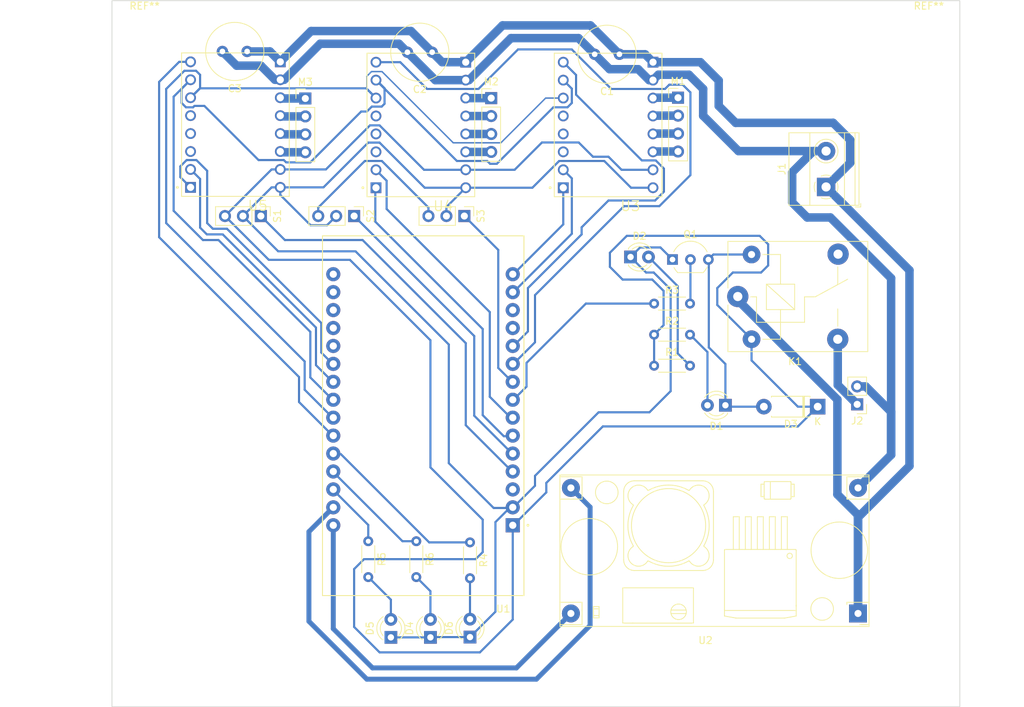
<source format=kicad_pcb>
(kicad_pcb (version 20240108) (generator "pcbnew") (generator_version "8.0")
  (title_block (title "IoT Liquid Dispensing Iodium-131 Capsules") (date "2024-04-30") (rev "1"))
  (layers (0 "F.Cu" signal) (31 "B.Cu" signal) (34 "B.Paste" user) (35 "F.Paste" user) (36 "B.SilkS" user "B.Silkscreen") (37 "F.SilkS" user "F.Silkscreen") (38 "B.Mask" user) (39 "F.Mask" user) (44 "Edge.Cuts" user))
  (net 0 "")
  (net 1 "Net-(U1-VIN)")
  (net 2 "-24V")
  (net 3 "+24V")
  (net 4 "Net-(U1-D23)")
  (net 5 "Net-(U1-D22)")
  (net 7 "Net-(U1-D21)")
  (net 9 "Net-(U4-OA2)")
  (net 10 "Net-(M2--)")
  (net 11 "Net-(U4-OB1)")
  (net 12 "Net-(U4-OB2)")
  (net 14 "Net-(U5-OA2)")
  (net 15 "Net-(M3--)")
  (net 16 "Net-(U5-OB1)")
  (net 17 "Net-(U5-OB2)")
  (net 18 "Net-(D3-K)")
  (net 19 "Net-(U1-D25)")
  (net 20 "Net-(U1-D26)")
  (net 21 "Net-(D2-K)")
  (net 22 "Net-(U1-D27)")
  (net 23 "Net-(U1-GND-Pad29)")
  (net 27 "Net-(D2-A)")
  (net 32 "Net-(D1-A)")
  (net 36 "Net-(U3-OA2)")
  (net 37 "Net-(M1--)")
  (net 38 "Net-(U3-OB1)")
  (net 39 "Net-(U3-OB2)")
  (net 40 "Net-(Q1-B)")
  (net 41 "Net-(D6-A)")
  (net 42 "Net-(D5-A)")
  (net 43 "Net-(D4-A)")
  (net 44 "Net-(D1-K)")
  (net 45 "Net-(J2-Pin_1)")
  (net 47 "Net-(U1-D19)")
  (net 48 "Net-(U1-D33)")
  (net 49 "Net-(U1-D32)")
  (net 50 "Net-(U1-D14)")
  (net 51 "Net-(U1-TX2)")
  (net 52 "Net-(U1-D18)")
  (net 53 "Net-(U1-D13)")
  (net 54 "Net-(U1-D12)")
  (net 56 "Net-(U1-RX2)")
  (net 58 "Net-(U1-D4)")
  (net 60 "Net-(U1-D2)")
  (net 61 "Net-(U1-D5)")
  (footprint "Resistor_THT:R_Axial_DIN0204_L3.6mm_D1.6mm_P5.08mm_Horizontal" (layer "F.Cu") (at 160.61 93.7)
    (property "Reference" "R1")
    (property "Value" "220")
  )
  (footprint "LED_THT:LED_D3.0mm" (layer "F.Cu") (at 128.95 132.175 90)
    (property "Reference" "D4")
    (property "Value" "stepper z status LED")
  )
  (footprint "ESP32-DEVKIT-V1:MODULE_ESP32_DEVKIT_V1" (layer "F.Cu") (at 127.9 100.785 180)
    (property "Reference" "U1")
    (property "Value" "ESP32-DEVKIT-V1")
  )
  (footprint "Connector_PinHeader_2.54mm:PinHeader_1x04_P2.54mm_Vertical" (layer "F.Cu") (at 111.2425 55.85)
    (property "Reference" "M3")
    (property "Value" "Stepper_Motor_bipolar / Nema 11 (x)")
  )
  (footprint "Package_TO_SOT_THT:TO-92_Inline_Wide" (layer "F.Cu") (at 163.21 78.66)
    (property "Reference" "Q1")
    (property "Value" "2N3904")
  )
  (footprint "dcdc_stepdown_lm2596:DCDC_StepDown_LM2596" (layer "F.Cu") (at 189.47 128.79 180)
    (property "Reference" "U2")
    (property "Value" "DCDC_StepDown_LM2596")
  )
  (footprint "Connector_PinHeader_2.54mm:PinHeader_1x04_P2.54mm_Vertical" (layer "F.Cu") (at 163.995 55.74)
    (property "Reference" "M1")
    (property "Value" "Stepper_Motor_bipolar / Nema 17 (z)")
  )
  (footprint "TMC2208_SILENTSTEPSTICK:MODULE_TMC2208_SILENTSTEPSTICK" (layer "F.Cu") (at 154.1 59.6 180)
    (property "Reference" "U3")
    (property "Value" "TMC2208_SILENTSTEPSTICK")
  )
  (footprint "TMC2208_SILENTSTEPSTICK:MODULE_TMC2208_SILENTSTEPSTICK" (layer "F.Cu") (at 101.35 59.55 180)
    (property "Reference" "U5")
    (property "Value" "TMC2208_SILENTSTEPSTICK")
  )
  (footprint "Capacitor_THT:C_Radial_D8.0mm_H11.5mm_P3.50mm" (layer "F.Cu") (at 129.195 49.3 180)
    (property "Reference" "C2")
    (property "Value" "C_Polarized_US (100μF)")
  )
  (footprint "Relay_THT:Relay_SPDT_SANYOU_SRD_Series_Form_C" (layer "F.Cu") (at 172.45 83.9)
    (property "Reference" "K1")
    (property "Value" "Relay_SPDT")
  )
  (footprint "Resistor_THT:R_Axial_DIN0204_L3.6mm_D1.6mm_P5.08mm_Horizontal" (layer "F.Cu") (at 160.61 89.3)
    (property "Reference" "R2")
    (property "Value" "220")
  )
  (footprint "MountingHole:MountingHole_3.2mm_M3_ISO14580" (layer "F.Cu") (at 88.5 46.5)
    (property "Reference" "REF**")
    (property "Value" "MountingHole_3.2mm_M3_ISO14580")
  )
  (footprint "Capacitor_THT:C_Radial_D8.0mm_H11.5mm_P3.50mm" (layer "F.Cu") (at 103.005 49.19 180)
    (property "Reference" "C3")
    (property "Value" "C_Polarized_US (100μF)")
  )
  (footprint "LED_THT:LED_D3.0mm" (layer "F.Cu") (at 123.35 132.175 90)
    (property "Reference" "D5")
    (property "Value" "stepper z' status LED")
  )
  (footprint "Resistor_THT:R_Axial_DIN0204_L3.6mm_D1.6mm_P5.08mm_Horizontal" (layer "F.Cu") (at 134.55 118.7225 -90)
    (property "Reference" "R4")
    (property "Value" "220")
  )
  (footprint "Resistor_THT:R_Axial_DIN0204_L3.6mm_D1.6mm_P5.08mm_Horizontal" (layer "F.Cu") (at 126.95 118.56 -90)
    (property "Reference" "R6")
    (property "Value" "220")
  )
  (footprint "TerminalBlock_Phoenix:TerminalBlock_Phoenix_MKDS-1,5-2-5.08_1x02_P5.08mm_Horizontal" (layer "F.Cu") (at 184.95 68.38 90)
    (property "Reference" "J1")
    (property "Value" "Conn_01x02_Socket")
  )
  (footprint "Connector_PinHeader_2.54mm:PinHeader_1x04_P2.54mm_Vertical" (layer "F.Cu") (at 137.55 55.8)
    (property "Reference" "M2")
    (property "Value" "Stepper_Motor_bipolar / Nema 11 (z')")
  )
  (footprint "LED_THT:LED_D3.0mm" (layer "F.Cu") (at 134.55 132.1375 90)
    (property "Reference" "D6")
    (property "Value" "stepper x status LED")
  )
  (footprint "Resistor_THT:R_Axial_DIN0204_L3.6mm_D1.6mm_P5.08mm_Horizontal" (layer "F.Cu") (at 120.15 118.56 -90)
    (property "Reference" "R5")
    (property "Value" "220")
  )
  (footprint "LED_THT:LED_D3.0mm" (layer "F.Cu") (at 170.7 99.3 180)
    (property "Reference" "D1")
    (property "Value" "Relay Status LED")
  )
  (footprint "Connector_PinHeader_2.54mm:PinHeader_1x03_P2.54mm_Vertical" (layer "F.Cu") (at 104.95 72.5 -90)
    (property "Reference" "S1")
    (property "Value" "MS0850502F030P1A (limit swtich x)")
  )
  (footprint "MountingHole:MountingHole_3.2mm_M3_ISO14580" (layer "F.Cu") (at 199.5 46.5)
    (property "Reference" "REF**")
    (property "Value" "MountingHole_3.2mm_M3_ISO14580")
  )
  (footprint "LED_THT:LED_D3.0mm" (layer "F.Cu") (at 157.275 78.3)
    (property "Reference" "D2")
    (property "Value" "Relay Power LED")
  )
  (footprint "Diode_THT:D_DO-41_SOD81_P7.62mm_Horizontal" (layer "F.Cu") (at 183.76 99.5 180)
    (property "Reference" "D3")
    (property "Value" "D")
  )
  (footprint "Resistor_THT:R_Axial_DIN0204_L3.6mm_D1.6mm_P5.08mm_Horizontal" (layer "F.Cu") (at 160.61 84.9)
    (property "Reference" "R3")
    (property "Value" "220")
  )
  (footprint "TMC2208_SILENTSTEPSTICK:MODULE_TMC2208_SILENTSTEPSTICK" (layer "F.Cu") (at 127.595 59.6 180)
    (property "Reference" "U4")
    (property "Value" "TMC2208_SILENTSTEPSTICK")
  )
  (footprint "Connector_PinHeader_2.54mm:PinHeader_1x03_P2.54mm_Vertical" (layer "F.Cu") (at 118.15 72.5 -90)
    (property "Reference" "S2")
    (property "Value" "MS0850502F030P1A (limit switch z')")
  )
  (footprint "Connector_PinHeader_2.54mm:PinHeader_1x02_P2.54mm_Vertical" (layer "F.Cu") (at 189.35 99.175 180)
    (property "Reference" "J2")
    (property "Value" "Conn_01x02_Pin (solenoid linier)")
  )
  (footprint "Connector_PinHeader_2.54mm:PinHeader_1x03_P2.54mm_Vertical" (layer "F.Cu") (at 133.75 72.5 -90)
    (property "Reference" "S3")
    (property "Value" "MS0850502F030P1A (limit switch z)")
  )
  (footprint "Capacitor_THT:C_Radial_D8.0mm_H11.5mm_P3.50mm" (layer "F.Cu") (at 155.695 49.59 180)
    (property "Reference" "C1")
    (property "Value" "C_Polarized_US (100μF)")
  )
  (gr_rect (start 83.875 42) (end 203.875 142) (stroke (width 0.1)) (fill none) (layer "Edge.Cuts"))
  (segment (start 120.75 136.5) (end 115.2 130.95) (width 0.7) (layer "B.Cu") (net 1))
  (segment (start 148.83 128.79) (end 141.12 136.5) (width 0.7) (layer "B.Cu") (net 1))
  (segment (start 141.12 136.5) (end 120.75 136.5) (width 0.7) (layer "B.Cu") (net 1))
  (segment (start 115.2 130.95) (end 115.2 116.3) (width 0.7) (layer "B.Cu") (net 1))
  (segment (start 159.9 53.25) (end 160.45 53.25) (width 1.2) (layer "B.Cu") (net 2))
  (segment (start 194.15 106.33) (end 189.47 111.01) (width 1.2) (layer "B.Cu") (net 2))
  (segment (start 106.95 53.2) (end 107.7 53.2) (width 1.2) (layer "B.Cu") (net 2))
  (segment (start 149.905 47.3) (end 140.35 47.3) (width 1.2) (layer "B.Cu") (net 2))
  (segment (start 167.55 58.3) (end 167.55 54.5) (width 1.2) (layer "B.Cu") (net 2))
  (segment (start 183.15 63.3) (end 180.15 66.3) (width 1.2) (layer "B.Cu") (net 2))
  (segment (start 124.495 48.1) (end 113.35 48.1) (width 1.2) (layer "B.Cu") (net 2))
  (segment (start 180.15 66.3) (end 180.15 70.58) (width 1.2) (layer "B.Cu") (net 2))
  (segment (start 99.505 49.19) (end 101.515 51.2) (width 1.2) (layer "B.Cu") (net 2))
  (segment (start 113.35 48.1) (end 108.25 53.2) (width 1.2) (layer "B.Cu") (net 2))
  (segment (start 184.95 63.3) (end 183.15 63.3) (width 1.2) (layer "B.Cu") (net 2))
  (segment (start 140.35 47.3) (end 134.4 53.25) (width 1.2) (layer "B.Cu") (net 2))
  (segment (start 125.695 49.3) (end 124.495 48.1) (width 1.2) (layer "B.Cu") (net 2))
  (segment (start 172.55 63.3) (end 167.55 58.3) (width 1.2) (layer "B.Cu") (net 2))
  (segment (start 194.15 81.3) (end 194.15 106.33) (width 1.2) (layer "B.Cu") (net 2))
  (segment (start 190.552081 96.635) (end 194.15 100.232919) (width 1.2) (layer "B.Cu") (net 2))
  (segment (start 194.15 100.232919) (end 194.15 106.33) (width 1.2) (layer "B.Cu") (net 2))
  (segment (start 161.211999 52.488001) (end 160.45 53.25) (width 1.2) (layer "B.Cu") (net 2))
  (segment (start 101.515 51.2) (end 104.95 51.2) (width 1.2) (layer "B.Cu") (net 2))
  (segment (start 158.35 51.7) (end 159.9 53.25) (width 1.2) (layer "B.Cu") (net 2))
  (segment (start 165.538001 52.488001) (end 161.211999 52.488001) (width 1.2) (layer "B.Cu") (net 2))
  (segment (start 129.645 53.25) (end 133.945 53.25) (width 1.2) (layer "B.Cu") (net 2))
  (segment (start 184.95 63.3) (end 172.55 63.3) (width 1.2) (layer "B.Cu") (net 2))
  (segment (start 152.195 49.59) (end 149.905 47.3) (width 1.2) (layer "B.Cu") (net 2))
  (segment (start 125.695 49.3) (end 129.645 53.25) (width 1.2) (layer "B.Cu") (net 2))
  (segment (start 189.35 96.635) (end 190.552081 96.635) (width 1.2) (layer "B.Cu") (net 2))
  (segment (start 108.25 53.2) (end 107.7 53.2) (width 1.2) (layer "B.Cu") (net 2))
  (segment (start 180.15 70.58) (end 182.27 72.7) (width 1.2) (layer "B.Cu") (net 2))
  (segment (start 182.27 72.7) (end 185.55 72.7) (width 1.2) (layer "B.Cu") (net 2))
  (segment (start 167.55 54.5) (end 165.538001 52.488001) (width 1.2) (layer "B.Cu") (net 2))
  (segment (start 104.95 51.2) (end 106.95 53.2) (width 1.2) (layer "B.Cu") (net 2))
  (segment (start 134.4 53.25) (end 133.945 53.25) (width 1.2) (layer "B.Cu") (net 2))
  (segment (start 154.305 51.7) (end 158.35 51.7) (width 1.2) (layer "B.Cu") (net 2))
  (segment (start 152.195 49.59) (end 154.305 51.7) (width 1.2) (layer "B.Cu") (net 2))
  (segment (start 185.55 72.7) (end 194.15 81.3) (width 1.2) (layer "B.Cu") (net 2))
  (segment (start 103.005 49.19) (end 106.23 49.19) (width 1.2) (layer "B.Cu") (net 3))
  (segment (start 139.155 45.5) (end 133.945 50.71) (width 1.2) (layer "B.Cu") (net 3))
  (segment (start 196.75 80.18) (end 196.75 107.9) (width 1.2) (layer "B.Cu") (net 3))
  (segment (start 185.95 59.3) (end 172.15 59.3) (width 1.2) (layer "B.Cu") (net 3))
  (segment (start 189.47 115.18) (end 189.47 128.79) (width 1.2) (layer "B.Cu") (net 3))
  (segment (start 131.56 50.71) (end 133.945 50.71) (width 1.2) (layer "B.Cu") (net 3))
  (segment (start 131.55 50.7) (end 131.56 50.71) (width 1.2) (layer "B.Cu") (net 3))
  (segment (start 169.75 56.9) (end 169.75 53.3) (width 1.2) (layer "B.Cu") (net 3))
  (segment (start 172.45 83.9) (end 172.45 84.39632) (width 1.2) (layer "B.Cu") (net 3))
  (segment (start 112.06 46.3) (end 107.7 50.66) (width 1.2) (layer "B.Cu") (net 3))
  (segment (start 106.23 49.19) (end 107.7 50.66) (width 1.2) (layer "B.Cu") (net 3))
  (segment (start 169.75 53.3) (end 167.16 50.71) (width 1.2) (layer "B.Cu") (net 3))
  (segment (start 186.55 98.49632) (end 186.55 111.929422) (width 1.2) (layer "B.Cu") (net 3))
  (segment (start 189.47 114.849422) (end 189.47 128.79) (width 1.2) (layer "B.Cu") (net 3))
  (segment (start 196.75 107.9) (end 189.47 115.18) (width 1.2) (layer "B.Cu") (net 3))
  (segment (start 186.55 111.929422) (end 189.47 114.849422) (width 1.2) (layer "B.Cu") (net 3))
  (segment (start 172.15 59.3) (end 169.75 56.9) (width 1.2) (layer "B.Cu") (net 3))
  (segment (start 155.695 49.59) (end 151.605 45.5) (width 1.2) (layer "B.Cu") (net 3))
  (segment (start 130.595 50.7) (end 131.55 50.7) (width 1.2) (layer "B.Cu") (net 3))
  (segment (start 151.605 45.5) (end 139.155 45.5) (width 1.2) (layer "B.Cu") (net 3))
  (segment (start 129.195 49.3) (end 126.195 46.3) (width 1.2) (layer "B.Cu") (net 3))
  (segment (start 184.95 68.38) (end 196.75 80.18) (width 1.2) (layer "B.Cu") (net 3))
  (segment (start 188.35 64.98) (end 188.35 61.7) (width 1.2) (layer "B.Cu") (net 3))
  (segment (start 167.16 50.71) (end 160.45 50.71) (width 1.2) (layer "B.Cu") (net 3))
  (segment (start 172.45 84.39632) (end 186.55 98.49632) (width 1.2) (layer "B.Cu") (net 3))
  (segment (start 159.33 49.59) (end 160.45 50.71) (width 1.2) (layer "B.Cu") (net 3))
  (segment (start 126.195 46.3) (end 112.06 46.3) (width 1.2) (layer "B.Cu") (net 3))
  (segment (start 155.695 49.59) (end 159.33 49.59) (width 1.2) (layer "B.Cu") (net 3))
  (segment (start 184.95 68.38) (end 188.35 64.98) (width 1.2) (layer "B.Cu") (net 3))
  (segment (start 188.35 61.7) (end 185.95 59.3) (width 1.2) (layer "B.Cu") (net 3))
  (segment (start 129.195 49.3) (end 130.595 50.7) (width 1.2) (layer "B.Cu") (net 3))
  (segment (start 147.75 68.49) (end 147.75 73.68) (width 0.3) (layer "B.Cu") (net 4))
  (segment (start 147.75 73.68) (end 140.6 80.83) (width 0.3) (layer "B.Cu") (net 4))
  (segment (start 148.962 75.008) (end 140.6 83.37) (width 0.3) (layer "B.Cu") (net 5))
  (segment (start 147.75 65.95) (end 148.962 67.162) (width 0.3) (layer "B.Cu") (net 5))
  (segment (start 148.962 67.162) (end 148.962 75.008) (width 0.3) (layer "B.Cu") (net 5))
  (segment (start 162 69.05) (end 160.75 70.3) (width 0.3) (layer "B.Cu") (net 7))
  (segment (start 162 65.785973) (end 162 69.05) (width 0.3) (layer "B.Cu") (net 7))
  (segment (start 142.75 82.7) (end 142.75 88.84) (width 0.3) (layer "B.Cu") (net 7))
  (segment (start 158.872001 64.622) (end 160.836027 64.622) (width 0.3) (layer "B.Cu") (net 7))
  (segment (start 142.75 88.84) (end 140.6 90.99) (width 0.3) (layer "B.Cu") (net 7))
  (segment (start 147.75 50.71) (end 149.562 52.522) (width 0.3) (layer "B.Cu") (net 7))
  (segment (start 160.75 70.3) (end 154.15 70.3) (width 0.3) (layer "B.Cu") (net 7))
  (segment (start 149.562 52.522) (end 149.562 55.311999) (width 0.3) (layer "B.Cu") (net 7))
  (segment (start 150.35 75.1) (end 142.75 82.7) (width 0.3) (layer "B.Cu") (net 7))
  (segment (start 154.15 70.3) (end 150.35 74.1) (width 0.3) (layer "B.Cu") (net 7))
  (segment (start 149.562 55.311999) (end 158.872001 64.622) (width 0.3) (layer "B.Cu") (net 7))
  (segment (start 150.35 74.1) (end 150.35 75.1) (width 0.3) (layer "B.Cu") (net 7))
  (segment (start 160.836027 64.622) (end 162 65.785973) (width 0.3) (layer "B.Cu") (net 7))
  (segment (start 133.955 55.8) (end 133.945 55.79) (width 1.2) (layer "B.Cu") (net 9))
  (segment (start 137.55 55.8) (end 133.955 55.8) (width 1.2) (layer "B.Cu") (net 9))
  (segment (start 137.55 58.34) (end 133.955 58.34) (width 1.2) (layer "B.Cu") (net 10))
  (segment (start 133.955 58.34) (end 133.945 58.33) (width 1.2) (layer "B.Cu") (net 10))
  (segment (start 133.955 60.88) (end 133.945 60.87) (width 1.2) (layer "B.Cu") (net 11))
  (segment (start 137.55 60.88) (end 133.955 60.88) (width 1.2) (layer "B.Cu") (net 11))
  (segment (start 133.955 63.42) (end 133.945 63.41) (width 1.2) (layer "B.Cu") (net 12))
  (segment (start 137.55 63.42) (end 133.955 63.42) (width 1.2) (layer "B.Cu") (net 12))
  (segment (start 107.81 55.85) (end 107.7 55.74) (width 1.2) (layer "B.Cu") (net 14))
  (segment (start 111.2425 55.85) (end 107.81 55.85) (width 1.2) (layer "B.Cu") (net 14))
  (segment (start 111.2425 58.39) (end 107.81 58.39) (width 1.2) (layer "B.Cu") (net 15))
  (segment (start 107.81 58.39) (end 107.7 58.28) (width 1.2) (layer "B.Cu") (net 15))
  (segment (start 107.81 60.93) (end 107.7 60.82) (width 1.2) (layer "B.Cu") (net 16))
  (segment (start 111.2425 60.93) (end 107.81 60.93) (width 1.2) (layer "B.Cu") (net 16))
  (segment (start 107.81 63.47) (end 107.7 63.36) (width 1.2) (layer "B.Cu") (net 17))
  (segment (start 111.2425 63.47) (end 107.81 63.47) (width 1.2) (layer "B.Cu") (net 17))
  (segment (start 171.75 80.5) (end 169.55 82.7) (width 0.3) (layer "B.Cu") (net 18))
  (segment (start 120.392 59.658) (end 114.15 65.9) (width 0.3) (layer "B.Cu") (net 18))
  (segment (start 180.96 102.3) (end 153.35 102.3) (width 0.3) (layer "B.Cu") (net 18))
  (segment (start 117.55 78.7) (end 106.07 78.7) (width 0.3) (layer "B.Cu") (net 18))
  (segment (start 118.15 122.5) (end 119.55 121.1) (width 0.3) (layer "B.Cu") (net 18))
  (segment (start 140.6 129.65) (end 135.95 134.3) (width 0.3) (layer "B.Cu") (net 18))
  (segment (start 136.35 115.5) (end 128.95 108.1) (width 0.3) (layer "B.Cu") (net 18))
  (segment (start 153.35 102.3) (end 145.35 110.3) (width 0.3) (layer "B.Cu") (net 18))
  (segment (start 145.35 111.64) (end 140.6 116.39) (width 0.3) (layer "B.Cu") (net 18))
  (segment (start 149.932 62.082) (end 144.732 62.082) (width 0.3) (layer "B.Cu") (net 18))
  (segment (start 176.75 79.5) (end 175.75 80.5) (width 0.3) (layer "B.Cu") (net 18))
  (segment (start 119.55 121.1) (end 135.35 121.1) (width 0.3) (layer "B.Cu") (net 18))
  (segment (start 156.75 75.3) (end 175.55 75.3) (width 0.3) (layer "B.Cu") (net 18))
  (segment (start 121.75 134.3) (end 118.15 130.7) (width 0.3) (layer "B.Cu") (net 18))
  (segment (start 156 65.95) (end 154.15 64.1) (width 0.3) (layer "B.Cu") (net 18))
  (segment (start 113.07 71.297919) (end 113.07 72.5) (width 0.3) (layer "B.Cu") (net 18))
  (segment (start 128.95 108.1) (end 128.95 90.1) (width 0.3) (layer "B.Cu") (net 18))
  (segment (start 160.45 65.95) (end 156 65.95) (width 0.3) (layer "B.Cu") (net 18))
  (segment (start 128.95 90.1) (end 117.55 78.7) (width 0.3) (layer "B.Cu") (net 18))
  (segment (start 99.87 72.5) (end 106.47 65.9) (width 0.3) (layer "B.Cu") (net 18))
  (segment (start 151.95 64.1) (end 149.932 62.082) (width 0.3) (layer "B.Cu") (net 18))
  (segment (start 136.35 120.1) (end 136.35 115.5) (width 0.3) (layer "B.Cu") (net 18))
  (segment (start 174.4 89.95) (end 174.4 92.95) (width 0.3) (layer "B.Cu") (net 18))
  (segment (start 128.039027 65.95) (end 121.747027 59.658) (width 0.3) (layer "B.Cu") (net 18))
  (segment (start 140.6 116.3) (end 140.6 129.65) (width 0.3) (layer "B.Cu") (net 18))
  (segment (start 160.35 81.5) (end 156.15 81.5) (width 0.3) (layer "B.Cu") (net 18))
  (segment (start 114.15 65.9) (end 107.7 65.9) (width 0.3) (layer "B.Cu") (net 18))
  (segment (start 156.15 81.5) (end 154.35 79.7) (width 0.3) (layer "B.Cu") (net 18))
  (segment (start 118.15 130.7) (end 118.15 122.5) (width 0.3) (layer "B.Cu") (net 18))
  (segment (start 135.95 134.3) (end 121.75 134.3) (width 0.3) (layer "B.Cu") (net 18))
  (segment (start 169.55 85.1) (end 174.4 89.95) (width 0.3) (layer "B.Cu") (net 18))
  (segment (start 174.4 92.95) (end 180.95 99.5) (width 0.3) (layer "B.Cu") (net 18))
  (segment (start 133.945 65.95) (end 128.039027 65.95) (width 0.3) (layer "B.Cu") (net 18))
  (segment (start 175.75 80.5) (end 171.75 80.5) (width 0.3) (layer "B.Cu") (net 18))
  (segment (start 154.15 64.1) (end 151.95 64.1) (width 0.3) (layer "B.Cu") (net 18))
  (segment (start 122.072081 64.7) (end 119.667919 64.7) (width 0.3) (layer "B.Cu") (net 18))
  (segment (start 144.732 62.082) (end 140.864 65.95) (width 0.3) (layer "B.Cu") (net 18))
  (segment (start 128.67 71.297919) (end 122.072081 64.7) (width 0.3) (layer "B.Cu") (net 18))
  (segment (start 175.55 75.3) (end 176.75 76.5) (width 0.3) (layer "B.Cu") (net 18))
  (segment (start 121.747027 59.658) (end 120.392 59.658) (width 0.3) (layer "B.Cu") (net 18))
  (segment (start 180.95 99.5) (end 183.76 99.5) (width 0.3) (layer "B.Cu") (net 18))
  (segment (start 128.67 72.5) (end 128.67 71.297919) (width 0.3) (layer "B.Cu") (net 18))
  (segment (start 135.35 121.1) (end 136.35 120.1) (width 0.3) (layer "B.Cu") (net 18))
  (segment (start 119.667919 64.7) (end 113.07 71.297919) (width 0.3) (layer "B.Cu") (net 18))
  (segment (start 160.61 89.3) (end 161.95 87.96) (width 0.3) (layer "B.Cu") (net 18))
  (segment (start 145.35 110.3) (end 145.35 111.64) (width 0.3) (layer "B.Cu") (net 18))
  (segment (start 183.76 99.5) (end 180.96 102.3) (width 0.3) (layer "B.Cu") (net 18))
  (segment (start 106.47 65.9) (end 107.7 65.9) (width 0.3) (layer "B.Cu") (net 18))
  (segment (start 106.07 78.7) (end 99.87 72.5) (width 0.3) (layer "B.Cu") (net 18))
  (segment (start 140.864 65.95) (end 133.945 65.95) (width 0.3) (layer "B.Cu") (net 18))
  (segment (start 161.95 83.1) (end 160.35 81.5) (width 0.3) (layer "B.Cu") (net 18))
  (segment (start 176.75 76.5) (end 176.75 79.5) (width 0.3) (layer "B.Cu") (net 18))
  (segment (start 169.55 82.7) (end 169.55 85.1) (width 0.3) (layer "B.Cu") (net 18))
  (segment (start 160.61 93.7) (end 160.61 89.3) (width 0.3) (layer "B.Cu") (net 18))
  (segment (start 161.95 87.96) (end 161.95 83.1) (width 0.3) (layer "B.Cu") (net 18))
  (segment (start 154.35 79.7) (end 154.35 77.7) (width 0.3) (layer "B.Cu") (net 18))
  (segment (start 154.35 77.7) (end 156.75 75.3) (width 0.3) (layer "B.Cu") (net 18))
  (segment (start 92.604264 55.595736) (end 92.604264 71.754264) (width 0.3) (layer "B.Cu") (net 19))
  (segment (start 122.457 54.407) (end 122.457 56.593) (width 0.3) (layer "B.Cu") (net 19))
  (segment (start 108.202027 64.572) (end 104.622 64.572) (width 0.3) (layer "B.Cu") (net 19))
  (segment (start 120.648 57.002) (end 119.95 57.7) (width 0.3) (layer "B.Cu") (net 19))
  (segment (start 148.35 57.1) (end 146.35 57.1) (width 0.3) (layer "B.Cu") (net 19))
  (segment (start 96.95 56.9) (end 95.554027 56.9) (width 0.3) (layer "B.Cu") (net 19))
  (segment (start 148.962 56.488) (end 148.35 57.1) (width 0.3) (layer "B.Cu") (net 19))
  (segment (start 111.95 88.9) (end 111.95 95.36) (width 0.3) (layer "B.Cu") (net 19))
  (segment (start 148.962 54.462) (end 148.962 56.488) (width 0.3) (layer "B.Cu") (net 19))
  (segment (start 132.695 64.7) (end 121.245 53.25) (width 0.3) (layer "B.Cu") (net 19))
  (segment (start 136.991522 64.7) (end 132.695 64.7) (width 0.3) (layer "B.Cu") (net 19))
  (segment (start 93.725 56.475) (end 93.725 54.475) (width 0.3) (layer "B.Cu") (net 19))
  (segment (start 108.530027 64.9) (end 108.202027 64.572) (width 0.3) (layer "B.Cu") (net 19))
  (segment (start 122.048 57.002) (end 120.648 57.002) (width 0.3) (layer "B.Cu") (net 19))
  (segment (start 93.725 54.475) (end 95 53.2) (width 0.3) (layer "B.Cu") (net 19))
  (segment (start 111.95 95.36) (end 115.2 98.61) (width 0.3) (layer "B.Cu") (net 19))
  (segment (start 119.95 57.7) (end 119.15 57.7) (width 0.3) (layer "B.Cu") (net 19))
  (segment (start 111.95 64.9) (end 108.530027 64.9) (width 0.3) (layer "B.Cu") (net 19))
  (segment (start 147.75 53.25) (end 148.962 54.462) (width 0.3) (layer "B.Cu") (net 19))
  (segment (start 137.391522 65.1) (end 136.991522 64.7) (width 0.3) (layer "B.Cu") (net 19))
  (segment (start 95.554027 56.9) (end 95.354027 57.1) (width 0.3) (layer "B.Cu") (net 19))
  (segment (start 94.35 57.1) (end 93.725 56.475) (width 0.3) (layer "B.Cu") (net 19))
  (segment (start 96.75 75.9) (end 98.95 75.9) (width 0.3) (layer "B.Cu") (net 19))
  (segment (start 121.245 53.25) (end 121.3 53.25) (width 0.3) (layer "B.Cu") (net 19))
  (segment (start 119.15 57.7) (end 111.95 64.9) (width 0.3) (layer "B.Cu") (net 19))
  (segment (start 104.622 64.572) (end 96.95 56.9) (width 0.3) (layer "B.Cu") (net 19))
  (segment (start 122.457 56.593) (end 122.048 57.002) (width 0.3) (layer "B.Cu") (net 19))
  (segment (start 146.35 57.1) (end 138.35 65.1) (width 0.3) (layer "B.Cu") (net 19))
  (segment (start 138.35 65.1) (end 137.391522 65.1) (width 0.3) (layer "B.Cu") (net 19))
  (segment (start 92.604264 71.754264) (end 96.75 75.9) (width 0.3) (layer "B.Cu") (net 19))
  (segment (start 98.95 75.9) (end 111.95 88.9) (width 0.3) (layer "B.Cu") (net 19))
  (segment (start 95.354027 57.1) (end 94.35 57.1) (width 0.3) (layer "B.Cu") (net 19))
  (segment (start 95 53.2) (end 92.604264 55.595736) (width 0.3) (layer "B.Cu") (net 19))
  (segment (start 121.3 53.25) (end 122.457 54.407) (width 0.3) (layer "B.Cu") (net 19))
  (segment (start 145.26 55.79) (end 147.75 55.79) (width 0.2) (layer "B.Cu") (net 20))
  (segment (start 95 55.74) (end 96.328 54.412) (width 0.3) (layer "B.Cu") (net 20))
  (segment (start 121.245 55.79) (end 120.033 54.578) (width 0.3) (layer "B.Cu") (net 20))
  (segment (start 120.612 52.038) (end 122.088 52.038) (width 0.2) (layer "B.Cu") (net 20))
  (segment (start 96.35 54.39) (end 96.35 52.5) (width 0.3) (layer "B.Cu") (net 20))
  (segment (start 95 55.74) (end 96.35 54.39) (width 0.3) (layer "B.Cu") (net 20))
  (segment (start 138.92 62.13) (end 145.26 55.79) (width 0.2) (layer "B.Cu") (net 20))
  (segment (start 111.15 93.1) (end 111.15 97.1) (width 0.3) (layer "B.Cu") (net 20))
  (segment (start 119.867 54.412) (end 121.245 55.79) (width 0.3) (layer "B.Cu") (net 20))
  (segment (start 120.033 54.578) (end 119.95 54.495) (width 0.2) (layer "B.Cu") (net 20))
  (segment (start 119.95 52.7) (end 120.612 52.038) (width 0.2) (layer "B.Cu") (net 20))
  (segment (start 132.18 62.13) (end 138.92 62.13) (width 0.2) (layer "B.Cu") (net 20))
  (segment (start 96.328 54.412) (end 119.867 54.412) (width 0.3) (layer "B.Cu") (net 20))
  (segment (start 96.35 52.5) (end 95.774264 51.924264) (width 0.3) (layer "B.Cu") (net 20))
  (segment (start 91.55 54.5) (end 91.55 73.5) (width 0.3) (layer "B.Cu") (net 20))
  (segment (start 111.15 97.1) (end 115.2 101.15) (width 0.3) (layer "B.Cu") (net 20))
  (segment (start 91.55 73.5) (end 111.15 93.1) (width 0.3) (layer "B.Cu") (net 20))
  (segment (start 119.95 54.495) (end 119.95 52.7) (width 0.2) (layer "B.Cu") (net 20))
  (segment (start 95.774264 51.924264) (end 94.125736 51.924264) (width 0.3) (layer "B.Cu") (net 20))
  (segment (start 122.088 52.038) (end 132.18 62.13) (width 0.2) (layer "B.Cu") (net 20))
  (segment (start 94.125736 51.924264) (end 91.55 54.5) (width 0.3) (layer "B.Cu") (net 20))
  (segment (start 123.35 132.175) (end 128.95 132.175) (width 0.3) (layer "B.Cu") (net 21))
  (segment (start 115.61 72.5) (end 114.31 73.8) (width 0.3) (layer "B.Cu") (net 21))
  (segment (start 120.15 62.1) (end 113.81 68.44) (width 0.3) (layer "B.Cu") (net 21))
  (segment (start 163.21 78.66) (end 161.5 76.95) (width 0.3) (layer "B.Cu") (net 21))
  (segment (start 158.625 76.95) (end 157.275 78.3) (width 0.3) (layer "B.Cu") (net 21))
  (segment (start 147.169973 64.7) (end 153.55 64.7) (width 0.3) (layer "B.Cu") (net 21))
  (segment (start 140.6 113.85) (end 143.75 110.7) (width 0.3) (layer "B.Cu") (net 21))
  (segment (start 162.95 82.9) (end 160.55 80.5) (width 0.3) (layer "B.Cu") (net 21))
  (segment (start 133.945 68.49) (end 143.379973 68.49) (width 0.3) (layer "B.Cu") (net 21))
  (segment (start 114.31 73.8) (end 111.98237 73.8) (width 0.3) (layer "B.Cu") (net 21))
  (segment (start 133.945 68.49) (end 128.14 68.49) (width 0.3) (layer "B.Cu") (net 21))
  (segment (start 102.41 72.5) (end 107.41 77.5) (width 0.3) (layer "B.Cu") (net 21))
  (segment (start 157.34 68.49) (end 160.45 68.49) (width 0.3) (layer "B.Cu") (net 21))
  (segment (start 107.7 69.51763) (end 107.7 68.44) (width 0.3) (layer "B.Cu") (net 21))
  (segment (start 138.15 128.5375) (end 138.15 115.85) (width 0.3) (layer "B.Cu") (net 21))
  (segment (start 131.21 72.5) (end 131.21 71.225) (width 0.3) (layer "B.Cu") (net 21))
  (segment (start 134.55 132.1375) (end 138.15 128.5375) (width 0.3) (layer "B.Cu") (net 21))
  (segment (start 162.95 97.3) (end 162.95 82.9) (width 0.3) (layer "B.Cu") (net 21))
  (segment (start 113.81 68.44) (end 107.7 68.44) (width 0.3) (layer "B.Cu") (net 21))
  (segment (start 140.24 113.76) (end 140.6 113.76) (width 0.3) (layer "B.Cu") (net 21))
  (segment (start 128.9875 132.1375) (end 128.95 132.175) (width 0.3) (layer "B.Cu") (net 21))
  (segment (start 161.5 76.95) (end 158.625 76.95) (width 0.3) (layer "B.Cu") (net 21))
  (segment (start 131.55 107.5) (end 137.9 113.85) (width 0.3) (layer "B.Cu") (net 21))
  (segment (start 153.55 64.7) (end 157.34 68.49) (width 0.3) (layer "B.Cu") (net 21))
  (segment (start 131.55 90.7) (end 131.55 107.5) (width 0.3) (layer "B.Cu") (net 21))
  (segment (start 121.75 62.1) (end 120.15 62.1) (width 0.3) (layer "B.Cu") (net 21))
  (segment (start 143.75 110.7) (end 143.75 109.3) (width 0.3) (layer "B.Cu") (net 21))
  (segment (start 137.9 113.85) (end 140.6 113.85) (width 0.3) (layer "B.Cu") (net 21))
  (segment (start 134.55 132.1375) (end 128.9875 132.1375) (width 0.3) (layer "B.Cu") (net 21))
  (segment (start 107.41 77.5) (end 118.35 77.5) (width 0.3) (layer "B.Cu") (net 21))
  (segment (start 138.15 115.85) (end 140.24 113.76) (width 0.3) (layer "B.Cu") (net 21))
  (segment (start 159.475 80.5) (end 157.275 78.3) (width 0.3) (layer "B.Cu") (net 21))
  (segment (start 160.55 80.5) (end 159.475 80.5) (width 0.3) (layer "B.Cu") (net 21))
  (segment (start 111.98237 73.8) (end 107.7 69.51763) (width 0.3) (layer "B.Cu") (net 21))
  (segment (start 128.14 68.49) (end 121.75 62.1) (width 0.3) (layer "B.Cu") (net 21))
  (segment (start 143.379973 68.49) (end 147.169973 64.7) (width 0.3) (layer "B.Cu") (net 21))
  (segment (start 106.47 68.44) (end 107.7 68.44) (width 0.3) (layer "B.Cu") (net 21))
  (segment (start 118.35 77.5) (end 131.55 90.7) (width 0.3) (layer "B.Cu") (net 21))
  (segment (start 102.41 72.5) (end 106.47 68.44) (width 0.3) (layer "B.Cu") (net 21))
  (segment (start 131.21 71.225) (end 133.945 68.49) (width 0.3) (layer "B.Cu") (net 21))
  (segment (start 159.95 100.3) (end 162.95 97.3) (width 0.3) (layer "B.Cu") (net 21))
  (segment (start 143.75 109.3) (end 152.75 100.3) (width 0.3) (layer "B.Cu") (net 21))
  (segment (start 152.75 100.3) (end 159.95 100.3) (width 0.3) (layer "B.Cu") (net 21))
  (segment (start 95 50.66) (end 93.39 50.66) (width 0.3) (layer "B.Cu") (net 22))
  (segment (start 110.35 98.84) (end 115.2 103.69) (width 0.3) (layer "B.Cu") (net 22))
  (segment (start 110.35 95.3) (end 110.35 98.84) (width 0.3) (layer "B.Cu") (net 22))
  (segment (start 90.55 53.5) (end 90.55 75.5) (width 0.3) (layer "B.Cu") (net 22))
  (segment (start 90.55 75.5) (end 110.35 95.3) (width 0.3) (layer "B.Cu") (net 22))
  (segment (start 93.39 50.66) (end 90.55 53.5) (width 0.3) (layer "B.Cu") (net 22))
  (segment (start 148.83 111.01) (end 151.55 113.73) (width 0.7) (layer "B.Cu") (net 23))
  (segment (start 111.75 129.9) (end 111.75 117.21) (width 0.7) (layer "B.Cu") (net 23))
  (segment (start 119.95 138.1) (end 111.75 129.9) (width 0.7) (layer "B.Cu") (net 23))
  (segment (start 111.75 117.21) (end 115.2 113.76) (width 0.7) (layer "B.Cu") (net 23))
  (segment (start 151.55 113.73) (end 151.55 130.5) (width 0.7) (layer "B.Cu") (net 23))
  (segment (start 151.55 130.5) (end 143.95 138.1) (width 0.7) (layer "B.Cu") (net 23))
  (segment (start 143.95 138.1) (end 119.95 138.1) (width 0.7) (layer "B.Cu") (net 23))
  (segment (start 163.95 91.96) (end 163.95 82.435) (width 0.3) (layer "B.Cu") (net 27))
  (segment (start 163.95 82.435) (end 159.815 78.3) (width 0.3) (layer "B.Cu") (net 27))
  (segment (start 165.69 93.7) (end 163.95 91.96) (width 0.3) (layer "B.Cu") (net 27))
  (segment (start 168.16 91.77) (end 165.69 89.3) (width 0.3) (layer "B.Cu") (net 32))
  (segment (start 168.16 99.3) (end 168.16 91.77) (width 0.3) (layer "B.Cu") (net 32))
  (segment (start 160.5 55.74) (end 160.45 55.79) (width 1.2) (layer "B.Cu") (net 36))
  (segment (start 163.995 55.74) (end 160.5 55.74) (width 1.2) (layer "B.Cu") (net 36))
  (segment (start 163.995 58.28) (end 160.5 58.28) (width 1.2) (layer "B.Cu") (net 37))
  (segment (start 160.5 58.28) (end 160.45 58.33) (width 1.2) (layer "B.Cu") (net 37))
  (segment (start 163.995 60.82) (end 160.5 60.82) (width 1.2) (layer "B.Cu") (net 38))
  (segment (start 160.5 60.82) (end 160.45 60.87) (width 1.2) (layer "B.Cu") (net 38))
  (segment (start 160.5 63.36) (end 160.45 63.41) (width 1.2) (layer "B.Cu") (net 39))
  (segment (start 163.995 63.36) (end 160.5 63.36) (width 1.2) (layer "B.Cu") (net 39))
  (segment (start 165.75 78.66) (end 165.75 84.84) (width 0.3) (layer "B.Cu") (net 40))
  (segment (start 165.75 84.84) (end 165.69 84.9) (width 0.3) (layer "B.Cu") (net 40))
  (segment (start 165.75 84.44) (end 165.29 84.9) (width 0.3) (layer "B.Cu") (net 40))
  (segment (start 134.55 129.5975) (end 134.55 123.8025) (width 0.3) (layer "B.Cu") (net 41))
  (segment (start 123.35 126.84) (end 120.15 123.64) (width 0.3) (layer "B.Cu") (net 42))
  (segment (start 123.35 129.635) (end 123.35 126.84) (width 0.3) (layer "B.Cu") (net 42))
  (segment (start 128.95 125.64) (end 126.95 123.64) (width 0.3) (layer "B.Cu") (net 43))
  (segment (start 128.95 129.635) (end 128.95 125.64) (width 0.3) (layer "B.Cu") (net 43))
  (segment (start 170.9 99.5) (end 170.7 99.3) (width 0.3) (layer "B.Cu") (net 44))
  (segment (start 170.7 93.461472) (end 168.35 91.111472) (width 0.3) (layer "B.Cu") (net 44))
  (segment (start 176.14 99.5) (end 170.9 99.5) (width 0.3) (layer "B.Cu") (net 44))
  (segment (start 168.35 91.111472) (end 168.35 78.72) (width 0.3) (layer "B.Cu") (net 44))
  (segment (start 170.7 99.3) (end 170.7 93.461472) (width 0.3) (layer "B.Cu") (net 44))
  (segment (start 169 77.95) (end 168.29 78.66) (width 0.3) (layer "B.Cu") (net 44))
  (segment (start 174.4 77.95) (end 169 77.95) (width 0.3) (layer "B.Cu") (net 44))
  (segment (start 168.35 78.72) (end 168.29 78.66) (width 0.3) (layer "B.Cu") (net 44))
  (segment (start 189.35 99.175) (end 186.6 96.425) (width 1.2) (layer "B.Cu") (net 45))
  (segment (start 186.6 96.425) (end 186.6 89.95) (width 1.2) (layer "B.Cu") (net 45))
  (segment (start 135.75 54.5) (end 141.35 48.9) (width 0.3) (layer "B.Cu") (net 47))
  (segment (start 141.35 48.9) (end 148.95 48.9) (width 0.3) (layer "B.Cu") (net 47))
  (segment (start 165.75 54.995) (end 165.75 66.7) (width 0.3) (layer "B.Cu") (net 47))
  (segment (start 124.681683 50.71) (end 128.471683 54.5) (width 0.3) (layer "B.Cu") (net 47))
  (segment (start 162.15 54.5) (end 162.75 53.9) (width 0.3) (layer "B.Cu") (net 47))
  (segment (start 128.471683 54.5) (end 135.75 54.5) (width 0.3) (layer "B.Cu") (net 47))
  (segment (start 165.75 66.7) (end 161.35 71.1) (width 0.3) (layer "B.Cu") (net 47))
  (segment (start 121.245 50.71) (end 124.681683 50.71) (width 0.3) (layer "B.Cu") (net 47))
  (segment (start 148.95 48.9) (end 154.55 54.5) (width 0.3) (layer "B.Cu") (net 47))
  (segment (start 154.55 54.5) (end 162.15 54.5) (width 0.3) (layer "B.Cu") (net 47))
  (segment (start 156.35 71.1) (end 143.75 83.7) (width 0.3) (layer "B.Cu") (net 47))
  (segment (start 161.35 71.1) (end 156.35 71.1) (width 0.3) (layer "B.Cu") (net 47))
  (segment (start 164.655 53.9) (end 165.75 54.995) (width 0.3) (layer "B.Cu") (net 47))
  (segment (start 143.75 90.38) (end 140.6 93.53) (width 0.3) (layer "B.Cu") (net 47))
  (segment (start 143.75 83.7) (end 143.75 90.38) (width 0.3) (layer "B.Cu") (net 47))
  (segment (start 162.75 53.9) (end 164.655 53.9) (width 0.3) (layer "B.Cu") (net 47))
  (segment (start 96.35 67.25) (end 96.35 74.148528) (width 0.3) (layer "B.Cu") (net 48))
  (segment (start 112.75 88.3) (end 112.75 93.62) (width 0.3) (layer "B.Cu") (net 48))
  (segment (start 112.75 93.62) (end 115.2 96.07) (width 0.3) (layer "B.Cu") (net 48))
  (segment (start 97.301472 75.1) (end 99.55 75.1) (width 0.3) (layer "B.Cu") (net 48))
  (segment (start 96.35 74.148528) (end 97.301472 75.1) (width 0.3) (layer "B.Cu") (net 48))
  (segment (start 95 65.9) (end 96.35 67.25) (width 0.3) (layer "B.Cu") (net 48))
  (segment (start 99.55 75.1) (end 112.75 88.3) (width 0.3) (layer "B.Cu") (net 48))
  (segment (start 94.445986 64.572) (end 95.822 64.572) (width 0.3) (layer "B.Cu") (net 49))
  (segment (start 113.5 87.65) (end 113.5 91.83) (width 0.3) (layer "B.Cu") (net 49))
  (segment (start 98.15 74.3) (end 100.15 74.3) (width 0.3) (layer "B.Cu") (net 49))
  (segment (start 97.35 73.5) (end 98.15 74.3) (width 0.3) (layer "B.Cu") (net 49))
  (segment (start 97.35 66.1) (end 97.35 73.5) (width 0.3) (layer "B.Cu") (net 49))
  (segment (start 95 68.44) (end 93.55 66.99) (width 0.3) (layer "B.Cu") (net 49))
  (segment (start 113.5 91.83) (end 115.2 93.53) (width 0.3) (layer "B.Cu") (net 49))
  (segment (start 93.55 66.99) (end 93.55 65.467986) (width 0.3) (layer "B.Cu") (net 49))
  (segment (start 95.822 64.572) (end 97.35 66.1) (width 0.3) (layer "B.Cu") (net 49))
  (segment (start 93.55 65.467986) (end 94.445986 64.572) (width 0.3) (layer "B.Cu") (net 49))
  (segment (start 100.15 74.3) (end 113.5 87.65) (width 0.3) (layer "B.Cu") (net 49))
  (segment (start 134.55 118.7225) (end 128.7725 118.7225) (width 0.3) (layer "B.Cu") (net 50))
  (segment (start 128.7725 118.7225) (end 116.28 106.23) (width 0.3) (layer "B.Cu") (net 50))
  (segment (start 116.28 106.23) (end 115.2 106.23) (width 0.3) (layer "B.Cu") (net 50))
  (segment (start 121.245 65.95) (end 121.245 65.995) (width 0.3) (layer "B.Cu") (net 51))
  (segment (start 140.4 101.15) (end 140.6 101.15) (width 0.3) (layer "B.Cu") (net 51))
  (segment (start 137.35 86.1) (end 137.35 98.1) (width 0.3) (layer "B.Cu") (net 51))
  (segment (start 122.75 71.5) (end 137.35 86.1) (width 0.3) (layer "B.Cu") (net 51))
  (segment (start 137.35 98.1) (end 140.4 101.15) (width 0.3) (layer "B.Cu") (net 51))
  (segment (start 121.245 65.995) (end 122.75 67.5) (width 0.3) (layer "B.Cu") (net 51))
  (segment (start 122.75 67.5) (end 122.75 71.5) (width 0.3) (layer "B.Cu") (net 51))
  (segment (start 138.55 94.02) (end 140.6 96.07) (width 0.3) (layer "B.Cu") (net 52))
  (segment (start 138.55 77.3) (end 138.55 94.02) (width 0.3) (layer "B.Cu") (net 52))
  (segment (start 133.75 72.5) (end 138.55 77.3) (width 0.3) (layer "B.Cu") (net 52))
  (segment (start 120.15 116.26) (end 115.2 111.31) (width 0.3) (layer "B.Cu") (net 53))
  (segment (start 120.15 118.56) (end 120.15 116.26) (width 0.3) (layer "B.Cu") (net 53))
  (segment (start 126.95 118.56) (end 124.99 118.56) (width 0.3) (layer "B.Cu") (net 54))
  (segment (start 124.99 118.56) (end 115.2 108.77) (width 0.3) (layer "B.Cu") (net 54))
  (segment (start 121.15 68.585) (end 121.15 73.3) (width 0.3) (layer "B.Cu") (net 56))
  (segment (start 139.34 103.69) (end 140.6 103.69) (width 0.3) (layer "B.Cu") (net 56))
  (segment (start 121.245 68.49) (end 121.15 68.585) (width 0.3) (layer "B.Cu") (net 56))
  (segment (start 136.35 88.5) (end 136.35 100.7) (width 0.3) (layer "B.Cu") (net 56))
  (segment (start 121.15 73.3) (end 136.35 88.5) (width 0.3) (layer "B.Cu") (net 56))
  (segment (start 136.35 100.7) (end 139.34 103.69) (width 0.3) (layer "B.Cu") (net 56))
  (segment (start 140.6 106.23) (end 135.15 100.78) (width 0.3) (layer "B.Cu") (net 58))
  (segment (start 135.15 100.78) (end 135.15 89.5) (width 0.3) (layer "B.Cu") (net 58))
  (segment (start 135.15 89.5) (end 118.15 72.5) (width 0.3) (layer "B.Cu") (net 58))
  (segment (start 108.35 75.9) (end 119.35 75.9) (width 0.3) (layer "B.Cu") (net 60))
  (segment (start 119.35 75.9) (end 133.95 90.5) (width 0.3) (layer "B.Cu") (net 60))
  (segment (start 133.95 90.5) (end 133.95 102.12) (width 0.3) (layer "B.Cu") (net 60))
  (segment (start 104.95 72.5) (end 108.35 75.9) (width 0.3) (layer "B.Cu") (net 60))
  (segment (start 133.95 102.12) (end 140.6 108.77) (width 0.3) (layer "B.Cu") (net 60))
  (segment (start 142.55 96.66) (end 140.6 98.61) (width 0.3) (layer "B.Cu") (net 61))
  (segment (start 142.55 93.3) (end 142.55 96.66) (width 0.3) (layer "B.Cu") (net 61))
  (segment (start 160.61 84.9) (end 150.95 84.9) (width 0.3) (layer "B.Cu") (net 61))
  (segment (start 150.95 84.9) (end 142.55 93.3) (width 0.3) (layer "B.Cu") (net 61))
)
</source>
